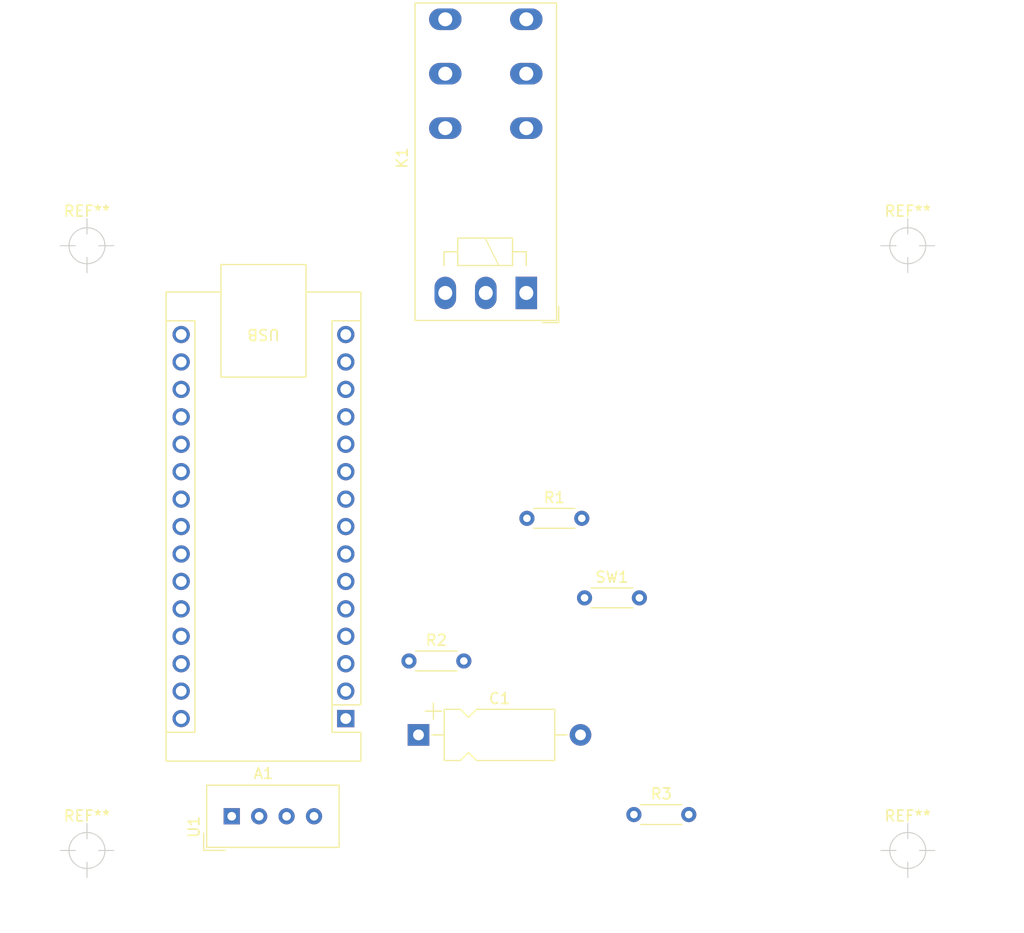
<source format=kicad_pcb>
(kicad_pcb (version 20211014) (generator pcbnew)
  (layers (0 "F.Cu" signal) (31 "B.Cu" signal) (34 "B.Paste" user) (35 "F.Paste" user) (36 "B.SilkS" user "B.Silkscreen") (37 "F.SilkS" user "F.Silkscreen") (38 "B.Mask" user) (39 "F.Mask" user) (44 "Edge.Cuts" user))
  (net 0 "")
  (net 4 "GND")
  (net 5 "Net-(A1-Pad5)")
  (net 7 "/LED_CLK")
  (net 8 "/LED_DIO")
  (net 10 "Net-(A1-Pad10)")
  (net 13 "Net-(A1-Pad13)")
  (net 27 "+5V")
  (net 30 "Net-(C1-Pad2)")
  (footprint "Resistor_THT:R_Axial_DIN0204_L3.6mm_D1.6mm_P5.08mm_Horizontal" (layer "F.Cu") (at 68.072 54.61)
    (fp_text reference "SW1" (at 2.54 -1.92) (layer "F.SilkS"))
    (fp_text value "SW_Push")
    (fp_line (start 0.62 0.92) (end 4.46 0.92) (layer "F.SilkS") (width 0.12))
    (fp_line (start 0.62 -0.92) (end 4.46 -0.92) (layer "F.SilkS") (width 0.12))
    (pad "1" thru_hole circle (at 0 0) (size 1.4 1.4) (drill 0.7) (layers *.Cu *.Mask) (net 13 "Net-(A1-Pad13)"))
    (pad "2" thru_hole oval (at 5.08 0) (size 1.4 1.4) (drill 0.7) (layers *.Cu *.Mask) (net 4 "GND"))
  )
  (footprint "Module:Arduino_Nano" (layer "F.Cu") (at 45.964 65.786 180)
    (fp_text reference "A1" (at 7.62 -5.08) (layer "F.SilkS"))
    (fp_text value "Arduino_Nano_Every")
    (fp_text user "USB" (at 7.62 35.56 180 unlocked) (layer "F.SilkS"))
    (fp_line (start 16.64 39.5) (end 11.56 39.5) (layer "F.SilkS") (width 0.12))
    (fp_line (start 13.97 -1.27) (end 16.64 -1.27) (layer "F.SilkS") (width 0.12))
    (fp_line (start 16.64 39.5) (end 16.64 -3.94) (layer "F.SilkS") (width 0.12))
    (fp_line (start 11.56 31.62) (end 11.56 42.04) (layer "F.SilkS") (width 0.12))
    (fp_line (start 1.27 1.27) (end 1.27 -1.27) (layer "F.SilkS") (width 0.12))
    (fp_line (start 3.68 31.62) (end 11.56 31.62) (layer "F.SilkS") (width 0.12))
    (fp_line (start 13.97 36.83) (end 16.64 36.83) (layer "F.SilkS") (width 0.12))
    (fp_line (start 1.27 1.27) (end 1.27 36.83) (layer "F.SilkS") (width 0.12))
    (fp_line (start 1.27 1.27) (end -1.4 1.27) (layer "F.SilkS") (width 0.12))
    (fp_line (start 1.27 -1.27) (end -1.4 -1.27) (layer "F.SilkS") (width 0.12))
    (fp_line (start 3.68 42.04) (end 3.68 31.62) (layer "F.SilkS") (width 0.12))
    (fp_line (start -1.4 39.5) (end 3.68 39.5) (layer "F.SilkS") (width 0.12))
    (fp_line (start -1.4 1.27) (end -1.4 39.5) (layer "F.SilkS") (width 0.12))
    (fp_line (start 11.56 42.04) (end 3.68 42.04) (layer "F.SilkS") (width 0.12))
    (fp_line (start 16.64 -3.94) (end -1.4 -3.94) (layer "F.SilkS") (width 0.12))
    (fp_line (start 1.27 36.83) (end -1.4 36.83) (layer "F.SilkS") (width 0.12))
    (fp_line (start 13.97 -1.27) (end 13.97 36.83) (layer "F.SilkS") (width 0.12))
    (fp_line (start -1.4 -3.94) (end -1.4 -1.27) (layer "F.SilkS") (width 0.12))
    (pad "1" thru_hole rect (at 0 0 180) (size 1.6 1.6) (drill 1) (layers *.Cu *.Mask))
    (pad "2" thru_hole oval (at 0 2.54 180) (size 1.6 1.6) (drill 1) (layers *.Cu *.Mask))
    (pad "3" thru_hole oval (at 0 5.08 180) (size 1.6 1.6) (drill 1) (layers *.Cu *.Mask))
    (pad "4" thru_hole oval (at 0 7.62 180) (size 1.6 1.6) (drill 1) (layers *.Cu *.Mask) (net 4 "GND"))
    (pad "5" thru_hole oval (at 0 10.16 180) (size 1.6 1.6) (drill 1) (layers *.Cu *.Mask) (net 5 "Net-(A1-Pad5)"))
    (pad "6" thru_hole oval (at 0 12.7 180) (size 1.6 1.6) (drill 1) (layers *.Cu *.Mask))
    (pad "7" thru_hole oval (at 0 15.24 180) (size 1.6 1.6) (drill 1) (layers *.Cu *.Mask) (net 7 "/LED_CLK"))
    (pad "8" thru_hole oval (at 0 17.78 180) (size 1.6 1.6) (drill 1) (layers *.Cu *.Mask) (net 8 "/LED_DIO"))
    (pad "9" thru_hole oval (at 0 20.32 180) (size 1.6 1.6) (drill 1) (layers *.Cu *.Mask))
    (pad "10" thru_hole oval (at 0 22.86 180) (size 1.6 1.6) (drill 1) (layers *.Cu *.Mask) (net 10 "Net-(A1-Pad10)"))
    (pad "11" thru_hole oval (at 0 25.4 180) (size 1.6 1.6) (drill 1) (layers *.Cu *.Mask))
    (pad "12" thru_hole oval (at 0 27.94 180) (size 1.6 1.6) (drill 1) (layers *.Cu *.Mask))
    (pad "13" thru_hole oval (at 0 30.48 180) (size 1.6 1.6) (drill 1) (layers *.Cu *.Mask) (net 13 "Net-(A1-Pad13)"))
    (pad "14" thru_hole oval (at 0 33.02 180) (size 1.6 1.6) (drill 1) (layers *.Cu *.Mask))
    (pad "15" thru_hole oval (at 0 35.56 180) (size 1.6 1.6) (drill 1) (layers *.Cu *.Mask))
    (pad "16" thru_hole oval (at 15.24 35.56 180) (size 1.6 1.6) (drill 1) (layers *.Cu *.Mask))
    (pad "17" thru_hole oval (at 15.24 33.02 180) (size 1.6 1.6) (drill 1) (layers *.Cu *.Mask))
    (pad "18" thru_hole oval (at 15.24 30.48 180) (size 1.6 1.6) (drill 1) (layers *.Cu *.Mask))
    (pad "19" thru_hole oval (at 15.24 27.94 180) (size 1.6 1.6) (drill 1) (layers *.Cu *.Mask))
    (pad "20" thru_hole oval (at 15.24 25.4 180) (size 1.6 1.6) (drill 1) (layers *.Cu *.Mask))
    (pad "21" thru_hole oval (at 15.24 22.86 180) (size 1.6 1.6) (drill 1) (layers *.Cu *.Mask))
    (pad "22" thru_hole oval (at 15.24 20.32 180) (size 1.6 1.6) (drill 1) (layers *.Cu *.Mask))
    (pad "23" thru_hole oval (at 15.24 17.78 180) (size 1.6 1.6) (drill 1) (layers *.Cu *.Mask))
    (pad "24" thru_hole oval (at 15.24 15.24 180) (size 1.6 1.6) (drill 1) (layers *.Cu *.Mask))
    (pad "25" thru_hole oval (at 15.24 12.7 180) (size 1.6 1.6) (drill 1) (layers *.Cu *.Mask))
    (pad "26" thru_hole oval (at 15.24 10.16 180) (size 1.6 1.6) (drill 1) (layers *.Cu *.Mask))
    (pad "27" thru_hole oval (at 15.24 7.62 180) (size 1.6 1.6) (drill 1) (layers *.Cu *.Mask) (net 27 "+5V"))
    (pad "28" thru_hole oval (at 15.24 5.08 180) (size 1.6 1.6) (drill 1) (layers *.Cu *.Mask))
    (pad "29" thru_hole oval (at 15.24 2.54 180) (size 1.6 1.6) (drill 1) (layers *.Cu *.Mask) (net 4 "GND"))
    (pad "30" thru_hole oval (at 15.24 0 180) (size 1.6 1.6) (drill 1) (layers *.Cu *.Mask))
  )
  (footprint "MountingHole:MountingHole_2.1mm" (layer "F.Cu") (at 22 22)
    (fp_text reference "REF**" (at 0 -3.2) (layer "F.SilkS"))
    (fp_text value "MountingHole_2.1mm")
    (pad "" np_thru_hole circle (at 0 0) (size 2.1 2.1) (drill 2.1) (layers *.Cu *.Mask))
  )
  (footprint "Resistor_THT:R_Axial_DIN0204_L3.6mm_D1.6mm_P5.08mm_Horizontal" (layer "F.Cu") (at 51.816 60.452)
    (fp_text reference "R2" (at 2.54 -1.92) (layer "F.SilkS"))
    (fp_text value "10k")
    (fp_line (start 0.62 0.92) (end 4.46 0.92) (layer "F.SilkS") (width 0.12))
    (fp_line (start 0.62 -0.92) (end 4.46 -0.92) (layer "F.SilkS") (width 0.12))
    (pad "1" thru_hole circle (at 0 0) (size 1.4 1.4) (drill 0.7) (layers *.Cu *.Mask) (net 27 "+5V"))
    (pad "2" thru_hole oval (at 5.08 0) (size 1.4 1.4) (drill 0.7) (layers *.Cu *.Mask) (net 13 "Net-(A1-Pad13)"))
  )
  (footprint "Resistor_THT:R_Axial_DIN0204_L3.6mm_D1.6mm_P5.08mm_Horizontal" (layer "F.Cu") (at 62.738 47.244)
    (fp_text reference "R1" (at 2.54 -1.92) (layer "F.SilkS"))
    (fp_text value "10k")
    (fp_line (start 0.62 0.92) (end 4.46 0.92) (layer "F.SilkS") (width 0.12))
    (fp_line (start 0.62 -0.92) (end 4.46 -0.92) (layer "F.SilkS") (width 0.12))
    (pad "1" thru_hole circle (at 0 0) (size 1.4 1.4) (drill 0.7) (layers *.Cu *.Mask) (net 27 "+5V"))
    (pad "2" thru_hole oval (at 5.08 0) (size 1.4 1.4) (drill 0.7) (layers *.Cu *.Mask) (net 5 "Net-(A1-Pad5)"))
  )
  (footprint "MountingHole:MountingHole_2.1mm" (layer "F.Cu") (at 98 22)
    (fp_text reference "REF**" (at 0 -3.2) (layer "F.SilkS"))
    (fp_text value "MountingHole_2.1mm")
    (pad "" np_thru_hole circle (at 0 0) (size 2.1 2.1) (drill 2.1) (layers *.Cu *.Mask))
  )
  (footprint "MountingHole:MountingHole_2.1mm" (layer "F.Cu") (at 98 78)
    (fp_text reference "REF**" (at 0 -3.2) (layer "F.SilkS"))
    (fp_text value "MountingHole_2.1mm")
    (pad "" np_thru_hole circle (at 0 0) (size 2.1 2.1) (drill 2.1) (layers *.Cu *.Mask))
  )
  (footprint "Sensor:Aosong_DHT11_5.5x12.0_P2.54mm" (layer "F.Cu") (at 35.4035 74.8325 90)
    (fp_text reference "U1" (at -1 -3.5 90) (layer "F.SilkS"))
    (fp_text value "DHT11")
    (fp_line (start 2.88 9.94) (end -2.88 9.94) (layer "F.SilkS") (width 0.12))
    (fp_line (start -3.16 -2.6) (end -3.16 -0.6) (layer "F.SilkS") (width 0.12))
    (fp_line (start -2.87 -2.32) (end 2.87 -2.32) (layer "F.SilkS") (width 0.12))
    (fp_line (start -3.16 -2.6) (end -1.55 -2.6) (layer "F.SilkS") (width 0.12))
    (fp_line (start -2.88 9.94) (end -2.88 -2.31) (layer "F.SilkS") (width 0.12))
    (fp_line (start 2.88 -2.32) (end 2.88 9.94) (layer "F.SilkS") (width 0.12))
    (pad "1" thru_hole rect (at 0 0 90) (size 1.5 1.5) (drill 0.8) (layers *.Cu *.Mask) (net 27 "+5V"))
    (pad "2" thru_hole circle (at 0 2.54 90) (size 1.5 1.5) (drill 0.8) (layers *.Cu *.Mask) (net 5 "Net-(A1-Pad5)"))
    (pad "3" thru_hole circle (at 0 5.08 90) (size 1.5 1.5) (drill 0.8) (layers *.Cu *.Mask))
    (pad "4" thru_hole circle (at 0 7.62 90) (size 1.5 1.5) (drill 0.8) (layers *.Cu *.Mask) (net 4 "GND"))
  )
  (footprint "MountingHole:MountingHole_2.1mm" (layer "F.Cu") (at 22 78)
    (fp_text reference "REF**" (at 0 -3.2) (layer "F.SilkS"))
    (fp_text value "MountingHole_2.1mm")
    (pad "" np_thru_hole circle (at 0 0) (size 2.1 2.1) (drill 2.1) (layers *.Cu *.Mask))
  )
  (footprint "Capacitor_THT:CP_Axial_L10.0mm_D4.5mm_P15.00mm_Horizontal" (layer "F.Cu") (at 52.698 67.2985)
    (fp_text reference "C1" (at 7.5 -3.37) (layer "F.SilkS"))
    (fp_text value "10n")
    (fp_line (start 3.88 2.37) (end 4.63 1.62) (layer "F.SilkS") (width 0.12))
    (fp_line (start 3.88 -2.37) (end 4.63 -1.62) (layer "F.SilkS") (width 0.12))
    (fp_line (start 4.63 -1.62) (end 5.38 -2.37) (layer "F.SilkS") (width 0.12))
    (fp_line (start 2.38 2.37) (end 3.88 2.37) (layer "F.SilkS") (width 0.12))
    (fp_line (start 13.76 0) (end 12.62 0) (layer "F.SilkS") (width 0.12))
    (fp_line (start 1.38 -2.95) (end 1.38 -1.45) (layer "F.SilkS") (width 0.12))
    (fp_line (start 1.24 0) (end 2.38 0) (layer "F.SilkS") (width 0.12))
    (fp_line (start 0.63 -2.2) (end 2.13 -2.2) (layer "F.SilkS") (width 0.12))
    (fp_line (start 12.62 -2.37) (end 12.62 2.37) (layer "F.SilkS") (width 0.12))
    (fp_line (start 5.38 -2.37) (end 12.62 -2.37) (layer "F.SilkS") (width 0.12))
    (fp_line (start 2.38 -2.37) (end 2.38 2.37) (layer "F.SilkS") (width 0.12))
    (fp_line (start 5.38 2.37) (end 12.62 2.37) (layer "F.SilkS") (width 0.12))
    (fp_line (start 2.38 -2.37) (end 3.88 -2.37) (layer "F.SilkS") (width 0.12))
    (fp_line (start 4.63 1.62) (end 5.38 2.37) (layer "F.SilkS") (width 0.12))
    (pad "1" thru_hole rect (at 0 0) (size 2 2) (drill 1) (layers *.Cu *.Mask) (net 13 "Net-(A1-Pad13)"))
    (pad "2" thru_hole oval (at 15 0) (size 2 2) (drill 1) (layers *.Cu *.Mask) (net 30 "Net-(C1-Pad2)"))
  )
  (footprint "Resistor_THT:R_Axial_DIN0204_L3.6mm_D1.6mm_P5.08mm_Horizontal" (layer "F.Cu") (at 72.644 74.676)
    (fp_text reference "R3" (at 2.54 -1.92) (layer "F.SilkS"))
    (fp_text value "100")
    (fp_line (start 0.62 0.92) (end 4.46 0.92) (layer "F.SilkS") (width 0.12))
    (fp_line (start 0.62 -0.92) (end 4.46 -0.92) (layer "F.SilkS") (width 0.12))
    (pad "1" thru_hole circle (at 0 0) (size 1.4 1.4) (drill 0.7) (layers *.Cu *.Mask) (net 30 "Net-(C1-Pad2)"))
    (pad "2" thru_hole oval (at 5.08 0) (size 1.4 1.4) (drill 0.7) (layers *.Cu *.Mask) (net 4 "GND"))
  )
  (footprint "Relay_THT:Relay_DPDT_Schrack-RT2-FormC-Dual-Coil_RM5mm" (layer "F.Cu") (at 62.678 26.374 90)
    (fp_text reference "K1" (at 12.5 -11.5 90) (layer "F.SilkS"))
    (fp_text value "RT42xFxx")
    (fp_line (start 5.08 -1.27) (end 5.08 -6.35) (layer "F.SilkS") (width 0.12))
    (fp_line (start 2.54 0) (end 3.81 0) (layer "F.SilkS") (width 0.12))
    (fp_line (start 26.85 2.8) (end 26.85 -10.3) (layer "F.SilkS") (width 0.12))
    (fp_line (start 2.54 -1.27) (end 3.81 -1.27) (layer "F.SilkS") (width 0.12))
    (fp_line (start 3.81 -7.62) (end 2.54 -7.62) (layer "F.SilkS") (width 0.12))
    (fp_line (start -2.55 2.8) (end 26.85 2.8) (layer "F.SilkS") (width 0.12))
    (fp_line (start 3.81 -1.27) (end 5.08 -1.27) (layer "F.SilkS") (width 0.12))
    (fp_line (start 2.54 -6.35) (end 2.54 -1.27) (layer "F.SilkS") (width 0.12))
    (fp_line (start 3.81 0) (end 3.81 -1.27) (layer "F.SilkS") (width 0.12))
    (fp_line (start 26.85 -10.3) (end -2.55 -10.3) (layer "F.SilkS") (width 0.12))
    (fp_line (start 3.81 -6.35) (end 3.81 -7.62) (layer "F.SilkS") (width 0.12))
    (fp_line (start -2.75 1.5) (end -2.75 3) (layer "F.SilkS") (width 0.12))
    (fp_line (start -2.75 3) (end -1.25 3) (layer "F.SilkS") (width 0.12))
    (fp_line (start 2.54 -2.54) (end 5.08 -3.81) (layer "F.SilkS") (width 0.1))
    (fp_line (start 5.08 -6.35) (end 2.54 -6.35) (layer "F.SilkS") (width 0.12))
    (fp_line (start -2.55 -10.3) (end -2.55 2.8) (layer "F.SilkS") (width 0.12))
    (pad "11" thru_hole oval (at 20.3 0 270) (size 2 3) (drill 1.3) (layers *.Cu *.Mask))
    (pad "12" thru_hole oval (at 15.26 0 270) (size 2 3) (drill 1.3) (layers *.Cu *.Mask))
    (pad "14" thru_hole oval (at 25.34 0 270) (size 2 3) (drill 1.3) (layers *.Cu *.Mask))
    (pad "21" thru_hole oval (at 20.3 -7.5 270) (size 2 3) (drill 1.3) (layers *.Cu *.Mask))
    (pad "22" thru_hole oval (at 15.26 -7.5 270) (size 2 3) (drill 1.3) (layers *.Cu *.Mask))
    (pad "24" thru_hole oval (at 25.34 -7.5 270) (size 2 3) (drill 1.3) (layers *.Cu *.Mask))
    (pad "A1" thru_hole rect (at 0 0 270) (size 3 2) (drill 1.3) (layers *.Cu *.Mask) (net 27 "+5V"))
    (pad "A2" thru_hole oval (at 0 -7.5 270) (size 3 2) (drill 1.3) (layers *.Cu *.Mask) (net 4 "GND"))
    (pad "A3" thru_hole oval (at 0 -3.75 270) (size 3 2) (drill 1.3) (layers *.Cu *.Mask) (net 10 "Net-(A1-Pad10)"))
  )
  (target plus (at 98 78) (size 5) (width 0.1) (layer "Edge.Cuts"))
  (target plus (at 22 22) (size 5) (width 0.1) (layer "Edge.Cuts"))
  (target plus (at 22 78) (size 5) (width 0.1) (layer "Edge.Cuts"))
  (target plus (at 98 22) (size 5) (width 0.1) (layer "Edge.Cuts"))
)
</source>
